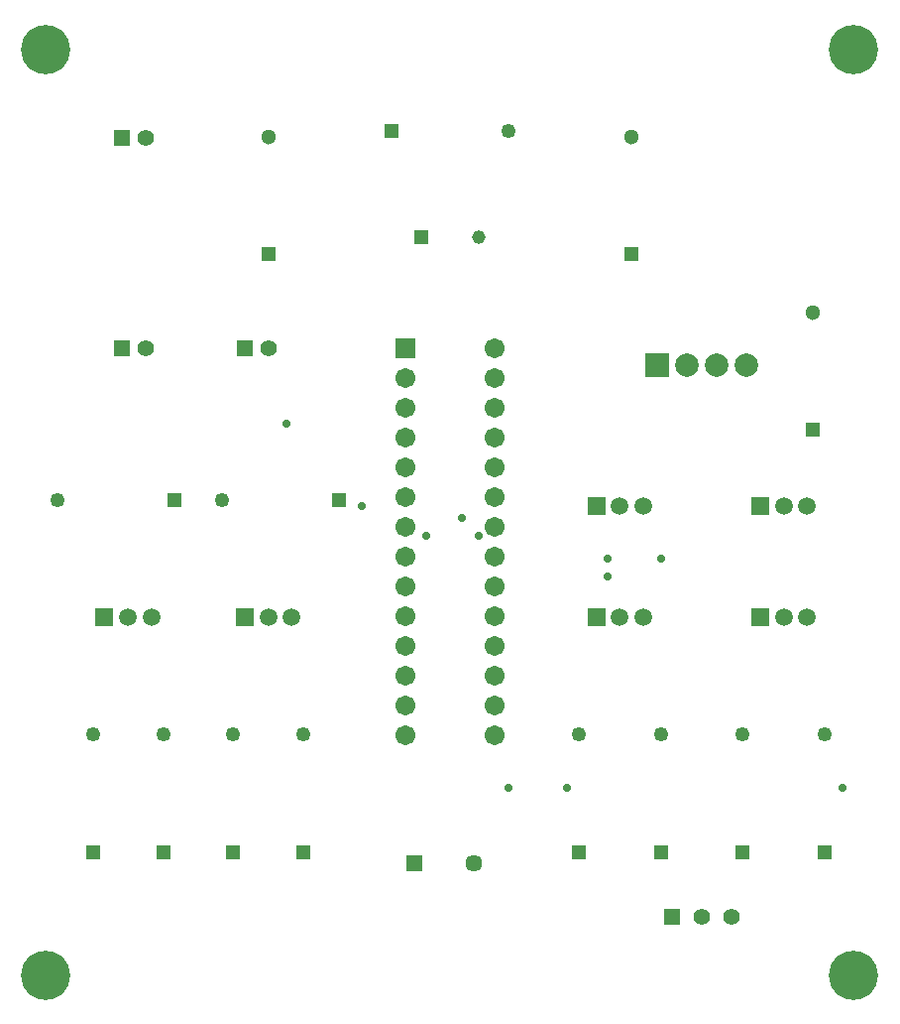
<source format=gbs>
G04*
G04 #@! TF.GenerationSoftware,Altium Limited,Altium Designer,23.3.1 (30)*
G04*
G04 Layer_Color=16711935*
%FSLAX44Y44*%
%MOMM*%
G71*
G04*
G04 #@! TF.SameCoordinates,9B24EA63-C825-4E2D-BC30-5D40CB4EF2F0*
G04*
G04*
G04 #@! TF.FilePolarity,Negative*
G04*
G01*
G75*
%ADD17C,1.3000*%
%ADD18R,1.3000X1.3000*%
%ADD19C,1.1500*%
%ADD20R,1.1500X1.1500*%
%ADD21R,1.4032X1.4032*%
%ADD22C,1.4032*%
%ADD23R,1.5032X1.5032*%
%ADD24C,1.5032*%
%ADD25R,1.2500X1.2500*%
%ADD26C,1.2500*%
%ADD27R,1.3890X1.3890*%
%ADD28C,1.3890*%
%ADD29R,1.7032X1.7032*%
%ADD30C,1.7032*%
%ADD31R,2.0032X2.0032*%
%ADD32C,2.0032*%
%ADD33R,1.2500X1.2500*%
%ADD34R,1.4500X1.4500*%
%ADD35C,1.4500*%
%ADD36C,4.2032*%
%ADD37C,0.7032*%
D17*
X685000Y595000D02*
D03*
X530000Y745000D02*
D03*
X220000D02*
D03*
D18*
X685000Y495000D02*
D03*
X530000Y645000D02*
D03*
X220000D02*
D03*
D19*
X399400Y660000D02*
D03*
D20*
X350600D02*
D03*
D21*
X95000Y564500D02*
D03*
Y744500D02*
D03*
X200000Y564500D02*
D03*
D22*
X115000D02*
D03*
Y744500D02*
D03*
X220000Y564500D02*
D03*
D23*
X640000Y335000D02*
D03*
X500000D02*
D03*
X640000Y430500D02*
D03*
X500000Y430000D02*
D03*
X80000Y335000D02*
D03*
X200000D02*
D03*
D24*
X660000D02*
D03*
X680000D02*
D03*
X520000D02*
D03*
X540000D02*
D03*
X660000Y430500D02*
D03*
X680000D02*
D03*
X520000Y430000D02*
D03*
X540000D02*
D03*
X100000Y335000D02*
D03*
X120000D02*
D03*
X220000D02*
D03*
X240000D02*
D03*
D25*
X485000Y135000D02*
D03*
X555000D02*
D03*
X625000D02*
D03*
X695000D02*
D03*
X250000D02*
D03*
X190000D02*
D03*
X130000D02*
D03*
X70000D02*
D03*
D26*
X485000Y235000D02*
D03*
X555000D02*
D03*
X625000D02*
D03*
X695000D02*
D03*
X250000D02*
D03*
X190000D02*
D03*
X130000D02*
D03*
X70000D02*
D03*
X425000Y750000D02*
D03*
X180000Y435000D02*
D03*
X40000D02*
D03*
D27*
X564600Y80000D02*
D03*
D28*
X590000D02*
D03*
X615400D02*
D03*
D29*
X336900Y565100D02*
D03*
D30*
Y539700D02*
D03*
Y514300D02*
D03*
Y488900D02*
D03*
Y463500D02*
D03*
Y438100D02*
D03*
Y412700D02*
D03*
Y387300D02*
D03*
Y361900D02*
D03*
Y336500D02*
D03*
Y311100D02*
D03*
Y285700D02*
D03*
Y260300D02*
D03*
Y234900D02*
D03*
X413100Y565100D02*
D03*
Y539700D02*
D03*
Y514300D02*
D03*
Y488900D02*
D03*
Y463500D02*
D03*
Y438100D02*
D03*
Y412700D02*
D03*
Y387300D02*
D03*
Y361900D02*
D03*
Y336500D02*
D03*
Y311100D02*
D03*
Y285700D02*
D03*
Y260300D02*
D03*
Y234900D02*
D03*
D31*
X551900Y550000D02*
D03*
D32*
X577300D02*
D03*
X602700D02*
D03*
X628100D02*
D03*
D33*
X325000Y750000D02*
D03*
X280000Y435000D02*
D03*
X140000D02*
D03*
D34*
X345000Y125000D02*
D03*
D35*
X395000D02*
D03*
D36*
X720000Y30000D02*
D03*
X30000D02*
D03*
X720000Y820000D02*
D03*
X30000D02*
D03*
D37*
X555000Y385000D02*
D03*
X510000D02*
D03*
X400000Y405000D02*
D03*
X510000Y370000D02*
D03*
X355000Y405000D02*
D03*
X385000Y420000D02*
D03*
X235000Y500000D02*
D03*
X300000Y430000D02*
D03*
X425000Y190000D02*
D03*
X475000D02*
D03*
X710000D02*
D03*
M02*

</source>
